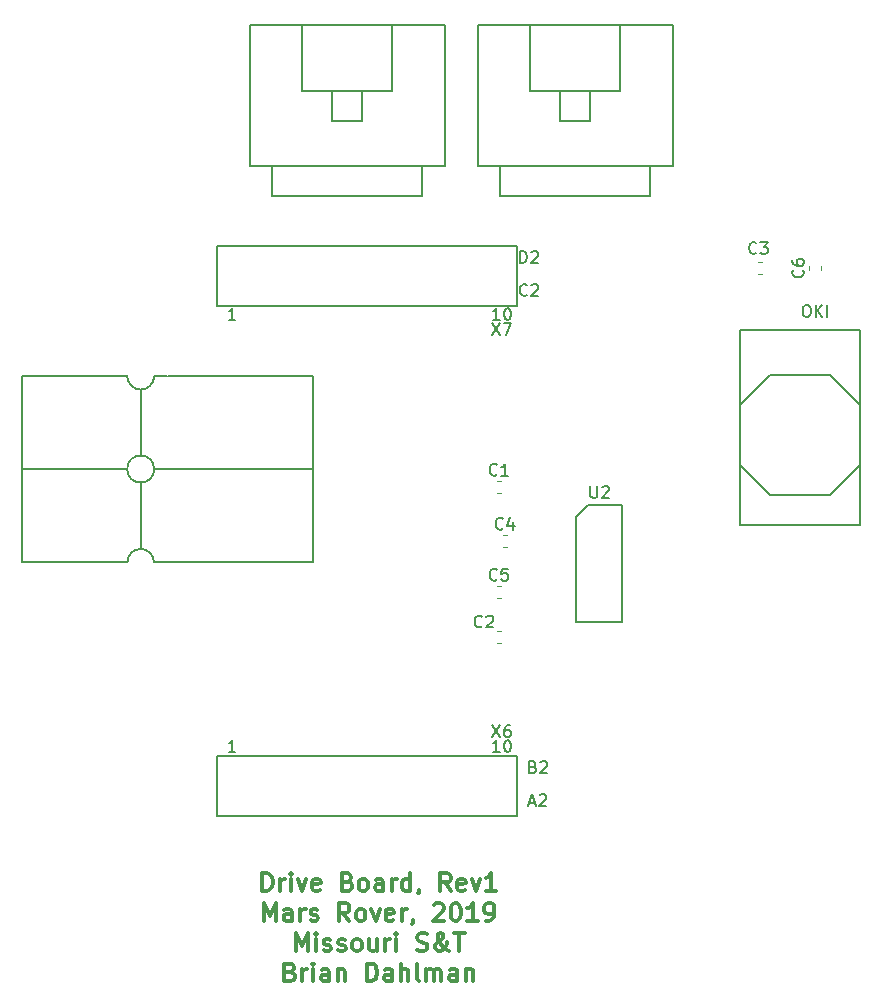
<source format=gbr>
G04 #@! TF.GenerationSoftware,KiCad,Pcbnew,(5.0.0)*
G04 #@! TF.CreationDate,2018-10-03T21:45:57-05:00*
G04 #@! TF.ProjectId,DriveBoard_Hardware,4472697665426F6172645F4861726477,rev?*
G04 #@! TF.SameCoordinates,Original*
G04 #@! TF.FileFunction,Legend,Top*
G04 #@! TF.FilePolarity,Positive*
%FSLAX46Y46*%
G04 Gerber Fmt 4.6, Leading zero omitted, Abs format (unit mm)*
G04 Created by KiCad (PCBNEW (5.0.0)) date 10/03/18 21:45:57*
%MOMM*%
%LPD*%
G01*
G04 APERTURE LIST*
%ADD10C,0.300000*%
%ADD11C,0.120000*%
%ADD12C,0.150000*%
G04 APERTURE END LIST*
D10*
X76502857Y-125631571D02*
X76502857Y-124131571D01*
X76860000Y-124131571D01*
X77074285Y-124203000D01*
X77217142Y-124345857D01*
X77288571Y-124488714D01*
X77360000Y-124774428D01*
X77360000Y-124988714D01*
X77288571Y-125274428D01*
X77217142Y-125417285D01*
X77074285Y-125560142D01*
X76860000Y-125631571D01*
X76502857Y-125631571D01*
X78002857Y-125631571D02*
X78002857Y-124631571D01*
X78002857Y-124917285D02*
X78074285Y-124774428D01*
X78145714Y-124703000D01*
X78288571Y-124631571D01*
X78431428Y-124631571D01*
X78931428Y-125631571D02*
X78931428Y-124631571D01*
X78931428Y-124131571D02*
X78860000Y-124203000D01*
X78931428Y-124274428D01*
X79002857Y-124203000D01*
X78931428Y-124131571D01*
X78931428Y-124274428D01*
X79502857Y-124631571D02*
X79860000Y-125631571D01*
X80217142Y-124631571D01*
X81360000Y-125560142D02*
X81217142Y-125631571D01*
X80931428Y-125631571D01*
X80788571Y-125560142D01*
X80717142Y-125417285D01*
X80717142Y-124845857D01*
X80788571Y-124703000D01*
X80931428Y-124631571D01*
X81217142Y-124631571D01*
X81360000Y-124703000D01*
X81431428Y-124845857D01*
X81431428Y-124988714D01*
X80717142Y-125131571D01*
X83717142Y-124845857D02*
X83931428Y-124917285D01*
X84002857Y-124988714D01*
X84074285Y-125131571D01*
X84074285Y-125345857D01*
X84002857Y-125488714D01*
X83931428Y-125560142D01*
X83788571Y-125631571D01*
X83217142Y-125631571D01*
X83217142Y-124131571D01*
X83717142Y-124131571D01*
X83860000Y-124203000D01*
X83931428Y-124274428D01*
X84002857Y-124417285D01*
X84002857Y-124560142D01*
X83931428Y-124703000D01*
X83860000Y-124774428D01*
X83717142Y-124845857D01*
X83217142Y-124845857D01*
X84931428Y-125631571D02*
X84788571Y-125560142D01*
X84717142Y-125488714D01*
X84645714Y-125345857D01*
X84645714Y-124917285D01*
X84717142Y-124774428D01*
X84788571Y-124703000D01*
X84931428Y-124631571D01*
X85145714Y-124631571D01*
X85288571Y-124703000D01*
X85360000Y-124774428D01*
X85431428Y-124917285D01*
X85431428Y-125345857D01*
X85360000Y-125488714D01*
X85288571Y-125560142D01*
X85145714Y-125631571D01*
X84931428Y-125631571D01*
X86717142Y-125631571D02*
X86717142Y-124845857D01*
X86645714Y-124703000D01*
X86502857Y-124631571D01*
X86217142Y-124631571D01*
X86074285Y-124703000D01*
X86717142Y-125560142D02*
X86574285Y-125631571D01*
X86217142Y-125631571D01*
X86074285Y-125560142D01*
X86002857Y-125417285D01*
X86002857Y-125274428D01*
X86074285Y-125131571D01*
X86217142Y-125060142D01*
X86574285Y-125060142D01*
X86717142Y-124988714D01*
X87431428Y-125631571D02*
X87431428Y-124631571D01*
X87431428Y-124917285D02*
X87502857Y-124774428D01*
X87574285Y-124703000D01*
X87717142Y-124631571D01*
X87860000Y-124631571D01*
X89002857Y-125631571D02*
X89002857Y-124131571D01*
X89002857Y-125560142D02*
X88860000Y-125631571D01*
X88574285Y-125631571D01*
X88431428Y-125560142D01*
X88360000Y-125488714D01*
X88288571Y-125345857D01*
X88288571Y-124917285D01*
X88360000Y-124774428D01*
X88431428Y-124703000D01*
X88574285Y-124631571D01*
X88860000Y-124631571D01*
X89002857Y-124703000D01*
X89788571Y-125560142D02*
X89788571Y-125631571D01*
X89717142Y-125774428D01*
X89645714Y-125845857D01*
X92431428Y-125631571D02*
X91931428Y-124917285D01*
X91574285Y-125631571D02*
X91574285Y-124131571D01*
X92145714Y-124131571D01*
X92288571Y-124203000D01*
X92360000Y-124274428D01*
X92431428Y-124417285D01*
X92431428Y-124631571D01*
X92360000Y-124774428D01*
X92288571Y-124845857D01*
X92145714Y-124917285D01*
X91574285Y-124917285D01*
X93645714Y-125560142D02*
X93502857Y-125631571D01*
X93217142Y-125631571D01*
X93074285Y-125560142D01*
X93002857Y-125417285D01*
X93002857Y-124845857D01*
X93074285Y-124703000D01*
X93217142Y-124631571D01*
X93502857Y-124631571D01*
X93645714Y-124703000D01*
X93717142Y-124845857D01*
X93717142Y-124988714D01*
X93002857Y-125131571D01*
X94217142Y-124631571D02*
X94574285Y-125631571D01*
X94931428Y-124631571D01*
X96288571Y-125631571D02*
X95431428Y-125631571D01*
X95860000Y-125631571D02*
X95860000Y-124131571D01*
X95717142Y-124345857D01*
X95574285Y-124488714D01*
X95431428Y-124560142D01*
X76645714Y-128181571D02*
X76645714Y-126681571D01*
X77145714Y-127753000D01*
X77645714Y-126681571D01*
X77645714Y-128181571D01*
X79002857Y-128181571D02*
X79002857Y-127395857D01*
X78931428Y-127253000D01*
X78788571Y-127181571D01*
X78502857Y-127181571D01*
X78360000Y-127253000D01*
X79002857Y-128110142D02*
X78860000Y-128181571D01*
X78502857Y-128181571D01*
X78360000Y-128110142D01*
X78288571Y-127967285D01*
X78288571Y-127824428D01*
X78360000Y-127681571D01*
X78502857Y-127610142D01*
X78860000Y-127610142D01*
X79002857Y-127538714D01*
X79717142Y-128181571D02*
X79717142Y-127181571D01*
X79717142Y-127467285D02*
X79788571Y-127324428D01*
X79860000Y-127253000D01*
X80002857Y-127181571D01*
X80145714Y-127181571D01*
X80574285Y-128110142D02*
X80717142Y-128181571D01*
X81002857Y-128181571D01*
X81145714Y-128110142D01*
X81217142Y-127967285D01*
X81217142Y-127895857D01*
X81145714Y-127753000D01*
X81002857Y-127681571D01*
X80788571Y-127681571D01*
X80645714Y-127610142D01*
X80574285Y-127467285D01*
X80574285Y-127395857D01*
X80645714Y-127253000D01*
X80788571Y-127181571D01*
X81002857Y-127181571D01*
X81145714Y-127253000D01*
X83860000Y-128181571D02*
X83360000Y-127467285D01*
X83002857Y-128181571D02*
X83002857Y-126681571D01*
X83574285Y-126681571D01*
X83717142Y-126753000D01*
X83788571Y-126824428D01*
X83860000Y-126967285D01*
X83860000Y-127181571D01*
X83788571Y-127324428D01*
X83717142Y-127395857D01*
X83574285Y-127467285D01*
X83002857Y-127467285D01*
X84717142Y-128181571D02*
X84574285Y-128110142D01*
X84502857Y-128038714D01*
X84431428Y-127895857D01*
X84431428Y-127467285D01*
X84502857Y-127324428D01*
X84574285Y-127253000D01*
X84717142Y-127181571D01*
X84931428Y-127181571D01*
X85074285Y-127253000D01*
X85145714Y-127324428D01*
X85217142Y-127467285D01*
X85217142Y-127895857D01*
X85145714Y-128038714D01*
X85074285Y-128110142D01*
X84931428Y-128181571D01*
X84717142Y-128181571D01*
X85717142Y-127181571D02*
X86074285Y-128181571D01*
X86431428Y-127181571D01*
X87574285Y-128110142D02*
X87431428Y-128181571D01*
X87145714Y-128181571D01*
X87002857Y-128110142D01*
X86931428Y-127967285D01*
X86931428Y-127395857D01*
X87002857Y-127253000D01*
X87145714Y-127181571D01*
X87431428Y-127181571D01*
X87574285Y-127253000D01*
X87645714Y-127395857D01*
X87645714Y-127538714D01*
X86931428Y-127681571D01*
X88288571Y-128181571D02*
X88288571Y-127181571D01*
X88288571Y-127467285D02*
X88360000Y-127324428D01*
X88431428Y-127253000D01*
X88574285Y-127181571D01*
X88717142Y-127181571D01*
X89288571Y-128110142D02*
X89288571Y-128181571D01*
X89217142Y-128324428D01*
X89145714Y-128395857D01*
X91002857Y-126824428D02*
X91074285Y-126753000D01*
X91217142Y-126681571D01*
X91574285Y-126681571D01*
X91717142Y-126753000D01*
X91788571Y-126824428D01*
X91860000Y-126967285D01*
X91860000Y-127110142D01*
X91788571Y-127324428D01*
X90931428Y-128181571D01*
X91860000Y-128181571D01*
X92788571Y-126681571D02*
X92931428Y-126681571D01*
X93074285Y-126753000D01*
X93145714Y-126824428D01*
X93217142Y-126967285D01*
X93288571Y-127253000D01*
X93288571Y-127610142D01*
X93217142Y-127895857D01*
X93145714Y-128038714D01*
X93074285Y-128110142D01*
X92931428Y-128181571D01*
X92788571Y-128181571D01*
X92645714Y-128110142D01*
X92574285Y-128038714D01*
X92502857Y-127895857D01*
X92431428Y-127610142D01*
X92431428Y-127253000D01*
X92502857Y-126967285D01*
X92574285Y-126824428D01*
X92645714Y-126753000D01*
X92788571Y-126681571D01*
X94717142Y-128181571D02*
X93860000Y-128181571D01*
X94288571Y-128181571D02*
X94288571Y-126681571D01*
X94145714Y-126895857D01*
X94002857Y-127038714D01*
X93860000Y-127110142D01*
X95431428Y-128181571D02*
X95717142Y-128181571D01*
X95860000Y-128110142D01*
X95931428Y-128038714D01*
X96074285Y-127824428D01*
X96145714Y-127538714D01*
X96145714Y-126967285D01*
X96074285Y-126824428D01*
X96002857Y-126753000D01*
X95860000Y-126681571D01*
X95574285Y-126681571D01*
X95431428Y-126753000D01*
X95360000Y-126824428D01*
X95288571Y-126967285D01*
X95288571Y-127324428D01*
X95360000Y-127467285D01*
X95431428Y-127538714D01*
X95574285Y-127610142D01*
X95860000Y-127610142D01*
X96002857Y-127538714D01*
X96074285Y-127467285D01*
X96145714Y-127324428D01*
X79324285Y-130731571D02*
X79324285Y-129231571D01*
X79824285Y-130303000D01*
X80324285Y-129231571D01*
X80324285Y-130731571D01*
X81038571Y-130731571D02*
X81038571Y-129731571D01*
X81038571Y-129231571D02*
X80967142Y-129303000D01*
X81038571Y-129374428D01*
X81110000Y-129303000D01*
X81038571Y-129231571D01*
X81038571Y-129374428D01*
X81681428Y-130660142D02*
X81824285Y-130731571D01*
X82110000Y-130731571D01*
X82252857Y-130660142D01*
X82324285Y-130517285D01*
X82324285Y-130445857D01*
X82252857Y-130303000D01*
X82110000Y-130231571D01*
X81895714Y-130231571D01*
X81752857Y-130160142D01*
X81681428Y-130017285D01*
X81681428Y-129945857D01*
X81752857Y-129803000D01*
X81895714Y-129731571D01*
X82110000Y-129731571D01*
X82252857Y-129803000D01*
X82895714Y-130660142D02*
X83038571Y-130731571D01*
X83324285Y-130731571D01*
X83467142Y-130660142D01*
X83538571Y-130517285D01*
X83538571Y-130445857D01*
X83467142Y-130303000D01*
X83324285Y-130231571D01*
X83110000Y-130231571D01*
X82967142Y-130160142D01*
X82895714Y-130017285D01*
X82895714Y-129945857D01*
X82967142Y-129803000D01*
X83110000Y-129731571D01*
X83324285Y-129731571D01*
X83467142Y-129803000D01*
X84395714Y-130731571D02*
X84252857Y-130660142D01*
X84181428Y-130588714D01*
X84110000Y-130445857D01*
X84110000Y-130017285D01*
X84181428Y-129874428D01*
X84252857Y-129803000D01*
X84395714Y-129731571D01*
X84610000Y-129731571D01*
X84752857Y-129803000D01*
X84824285Y-129874428D01*
X84895714Y-130017285D01*
X84895714Y-130445857D01*
X84824285Y-130588714D01*
X84752857Y-130660142D01*
X84610000Y-130731571D01*
X84395714Y-130731571D01*
X86181428Y-129731571D02*
X86181428Y-130731571D01*
X85538571Y-129731571D02*
X85538571Y-130517285D01*
X85610000Y-130660142D01*
X85752857Y-130731571D01*
X85967142Y-130731571D01*
X86110000Y-130660142D01*
X86181428Y-130588714D01*
X86895714Y-130731571D02*
X86895714Y-129731571D01*
X86895714Y-130017285D02*
X86967142Y-129874428D01*
X87038571Y-129803000D01*
X87181428Y-129731571D01*
X87324285Y-129731571D01*
X87824285Y-130731571D02*
X87824285Y-129731571D01*
X87824285Y-129231571D02*
X87752857Y-129303000D01*
X87824285Y-129374428D01*
X87895714Y-129303000D01*
X87824285Y-129231571D01*
X87824285Y-129374428D01*
X89610000Y-130660142D02*
X89824285Y-130731571D01*
X90181428Y-130731571D01*
X90324285Y-130660142D01*
X90395714Y-130588714D01*
X90467142Y-130445857D01*
X90467142Y-130303000D01*
X90395714Y-130160142D01*
X90324285Y-130088714D01*
X90181428Y-130017285D01*
X89895714Y-129945857D01*
X89752857Y-129874428D01*
X89681428Y-129803000D01*
X89610000Y-129660142D01*
X89610000Y-129517285D01*
X89681428Y-129374428D01*
X89752857Y-129303000D01*
X89895714Y-129231571D01*
X90252857Y-129231571D01*
X90467142Y-129303000D01*
X92324285Y-130731571D02*
X92252857Y-130731571D01*
X92110000Y-130660142D01*
X91895714Y-130445857D01*
X91538571Y-130017285D01*
X91395714Y-129803000D01*
X91324285Y-129588714D01*
X91324285Y-129445857D01*
X91395714Y-129303000D01*
X91538571Y-129231571D01*
X91610000Y-129231571D01*
X91752857Y-129303000D01*
X91824285Y-129445857D01*
X91824285Y-129517285D01*
X91752857Y-129660142D01*
X91681428Y-129731571D01*
X91252857Y-130017285D01*
X91181428Y-130088714D01*
X91110000Y-130231571D01*
X91110000Y-130445857D01*
X91181428Y-130588714D01*
X91252857Y-130660142D01*
X91395714Y-130731571D01*
X91610000Y-130731571D01*
X91752857Y-130660142D01*
X91824285Y-130588714D01*
X92038571Y-130303000D01*
X92110000Y-130088714D01*
X92110000Y-129945857D01*
X92752857Y-129231571D02*
X93610000Y-129231571D01*
X93181428Y-130731571D02*
X93181428Y-129231571D01*
X78859999Y-132495857D02*
X79074285Y-132567285D01*
X79145714Y-132638714D01*
X79217142Y-132781571D01*
X79217142Y-132995857D01*
X79145714Y-133138714D01*
X79074285Y-133210142D01*
X78931428Y-133281571D01*
X78359999Y-133281571D01*
X78359999Y-131781571D01*
X78859999Y-131781571D01*
X79002857Y-131853000D01*
X79074285Y-131924428D01*
X79145714Y-132067285D01*
X79145714Y-132210142D01*
X79074285Y-132353000D01*
X79002857Y-132424428D01*
X78859999Y-132495857D01*
X78359999Y-132495857D01*
X79859999Y-133281571D02*
X79859999Y-132281571D01*
X79859999Y-132567285D02*
X79931428Y-132424428D01*
X80002857Y-132353000D01*
X80145714Y-132281571D01*
X80288571Y-132281571D01*
X80788571Y-133281571D02*
X80788571Y-132281571D01*
X80788571Y-131781571D02*
X80717142Y-131853000D01*
X80788571Y-131924428D01*
X80859999Y-131853000D01*
X80788571Y-131781571D01*
X80788571Y-131924428D01*
X82145714Y-133281571D02*
X82145714Y-132495857D01*
X82074285Y-132353000D01*
X81931428Y-132281571D01*
X81645714Y-132281571D01*
X81502857Y-132353000D01*
X82145714Y-133210142D02*
X82002857Y-133281571D01*
X81645714Y-133281571D01*
X81502857Y-133210142D01*
X81431428Y-133067285D01*
X81431428Y-132924428D01*
X81502857Y-132781571D01*
X81645714Y-132710142D01*
X82002857Y-132710142D01*
X82145714Y-132638714D01*
X82859999Y-132281571D02*
X82859999Y-133281571D01*
X82859999Y-132424428D02*
X82931428Y-132353000D01*
X83074285Y-132281571D01*
X83288571Y-132281571D01*
X83431428Y-132353000D01*
X83502857Y-132495857D01*
X83502857Y-133281571D01*
X85359999Y-133281571D02*
X85359999Y-131781571D01*
X85717142Y-131781571D01*
X85931428Y-131853000D01*
X86074285Y-131995857D01*
X86145714Y-132138714D01*
X86217142Y-132424428D01*
X86217142Y-132638714D01*
X86145714Y-132924428D01*
X86074285Y-133067285D01*
X85931428Y-133210142D01*
X85717142Y-133281571D01*
X85359999Y-133281571D01*
X87502857Y-133281571D02*
X87502857Y-132495857D01*
X87431428Y-132353000D01*
X87288571Y-132281571D01*
X87002857Y-132281571D01*
X86859999Y-132353000D01*
X87502857Y-133210142D02*
X87359999Y-133281571D01*
X87002857Y-133281571D01*
X86859999Y-133210142D01*
X86788571Y-133067285D01*
X86788571Y-132924428D01*
X86859999Y-132781571D01*
X87002857Y-132710142D01*
X87359999Y-132710142D01*
X87502857Y-132638714D01*
X88217142Y-133281571D02*
X88217142Y-131781571D01*
X88859999Y-133281571D02*
X88859999Y-132495857D01*
X88788571Y-132353000D01*
X88645714Y-132281571D01*
X88431428Y-132281571D01*
X88288571Y-132353000D01*
X88217142Y-132424428D01*
X89788571Y-133281571D02*
X89645714Y-133210142D01*
X89574285Y-133067285D01*
X89574285Y-131781571D01*
X90359999Y-133281571D02*
X90359999Y-132281571D01*
X90359999Y-132424428D02*
X90431428Y-132353000D01*
X90574285Y-132281571D01*
X90788571Y-132281571D01*
X90931428Y-132353000D01*
X91002857Y-132495857D01*
X91002857Y-133281571D01*
X91002857Y-132495857D02*
X91074285Y-132353000D01*
X91217142Y-132281571D01*
X91431428Y-132281571D01*
X91574285Y-132353000D01*
X91645714Y-132495857D01*
X91645714Y-133281571D01*
X93002857Y-133281571D02*
X93002857Y-132495857D01*
X92931428Y-132353000D01*
X92788571Y-132281571D01*
X92502857Y-132281571D01*
X92359999Y-132353000D01*
X93002857Y-133210142D02*
X92859999Y-133281571D01*
X92502857Y-133281571D01*
X92359999Y-133210142D01*
X92288571Y-133067285D01*
X92288571Y-132924428D01*
X92359999Y-132781571D01*
X92502857Y-132710142D01*
X92859999Y-132710142D01*
X93002857Y-132638714D01*
X93717142Y-132281571D02*
X93717142Y-133281571D01*
X93717142Y-132424428D02*
X93788571Y-132353000D01*
X93931428Y-132281571D01*
X94145714Y-132281571D01*
X94288571Y-132353000D01*
X94359999Y-132495857D01*
X94359999Y-133281571D01*
D11*
G04 #@! TO.C,C1*
X96348733Y-90930000D02*
X96691267Y-90930000D01*
X96348733Y-91950000D02*
X96691267Y-91950000D01*
G04 #@! TO.C,C2*
X96348733Y-104650000D02*
X96691267Y-104650000D01*
X96348733Y-103630000D02*
X96691267Y-103630000D01*
G04 #@! TO.C,C3*
X118446733Y-72388000D02*
X118789267Y-72388000D01*
X118446733Y-73408000D02*
X118789267Y-73408000D01*
G04 #@! TO.C,C4*
X96856733Y-95502000D02*
X97199267Y-95502000D01*
X96856733Y-96522000D02*
X97199267Y-96522000D01*
G04 #@! TO.C,C5*
X96348733Y-100840000D02*
X96691267Y-100840000D01*
X96348733Y-99820000D02*
X96691267Y-99820000D01*
G04 #@! TO.C,C6*
X123827000Y-73069267D02*
X123827000Y-72726733D01*
X122807000Y-73069267D02*
X122807000Y-72726733D01*
D12*
G04 #@! TO.C,Conn1*
X67310000Y-97790000D02*
G75*
G03X66192400Y-96672400I-1117600J0D01*
G01*
X66192400Y-96672400D02*
G75*
G03X65074800Y-97790000I0J-1117600D01*
G01*
X56134000Y-82042000D02*
X56134000Y-97790000D01*
X80772000Y-82042000D02*
X80772000Y-97790000D01*
X65049400Y-82042000D02*
X63830200Y-82042000D01*
X66192400Y-83185000D02*
G75*
G03X67335400Y-82042000I0J1143000D01*
G01*
X65049400Y-82042000D02*
G75*
G03X66192400Y-83185000I1143000J0D01*
G01*
X68503800Y-97790000D02*
X67310000Y-97790000D01*
X66192400Y-95478600D02*
X66192400Y-96647000D01*
X63881000Y-97790000D02*
X65049400Y-97790000D01*
X68453000Y-82042000D02*
X67360800Y-82042000D01*
X66192400Y-83185000D02*
X66192400Y-84353400D01*
X66192400Y-92202000D02*
X66192400Y-91059000D01*
X56159400Y-89890600D02*
X65049400Y-89890600D01*
X66192400Y-87630000D02*
X66192400Y-88773000D01*
X68478400Y-89916000D02*
X67335400Y-89916000D01*
X66192400Y-92202000D02*
X66192400Y-95504000D01*
X68478400Y-89916000D02*
X80772000Y-89916000D01*
X66192400Y-87630000D02*
X66192400Y-84353400D01*
X67335400Y-89916000D02*
G75*
G03X67335400Y-89916000I-1143000J0D01*
G01*
X68478400Y-97790000D02*
X80772000Y-97790000D01*
X63906400Y-97790000D02*
X56159400Y-97790000D01*
X56159400Y-82042000D02*
X63906400Y-82042000D01*
X68478400Y-82042000D02*
X80772000Y-82042000D01*
G04 #@! TO.C,Conn2*
X79883000Y-52324000D02*
X79883000Y-52832000D01*
X87503000Y-52832000D02*
X87503000Y-52324000D01*
X75438000Y-52324000D02*
X91948000Y-52324000D01*
X75438000Y-64262000D02*
X75438000Y-52324000D01*
X91948000Y-64262000D02*
X91948000Y-52324000D01*
X90043000Y-64262000D02*
X91948000Y-64262000D01*
X77343000Y-64262000D02*
X75438000Y-64262000D01*
X79883000Y-56642000D02*
X79883000Y-57912000D01*
X79883000Y-57912000D02*
X87503000Y-57912000D01*
X87503000Y-57912000D02*
X87503000Y-56642000D01*
X87503000Y-56642000D02*
X87503000Y-52832000D01*
X79883000Y-56642000D02*
X79883000Y-52832000D01*
X82423000Y-57912000D02*
X82423000Y-60452000D01*
X82423000Y-60452000D02*
X84963000Y-60452000D01*
X84963000Y-60452000D02*
X84963000Y-57912000D01*
X77343000Y-64262000D02*
X90043000Y-64262000D01*
X90043000Y-64262000D02*
X90043000Y-66802000D01*
X90043000Y-66802000D02*
X77343000Y-66802000D01*
X77343000Y-66802000D02*
X77343000Y-64262000D01*
G04 #@! TO.C,Conn3*
X96647000Y-66802000D02*
X96647000Y-64262000D01*
X109347000Y-66802000D02*
X96647000Y-66802000D01*
X109347000Y-64262000D02*
X109347000Y-66802000D01*
X96647000Y-64262000D02*
X109347000Y-64262000D01*
X104267000Y-60452000D02*
X104267000Y-57912000D01*
X101727000Y-60452000D02*
X104267000Y-60452000D01*
X101727000Y-57912000D02*
X101727000Y-60452000D01*
X99187000Y-56642000D02*
X99187000Y-52832000D01*
X106807000Y-56642000D02*
X106807000Y-52832000D01*
X106807000Y-57912000D02*
X106807000Y-56642000D01*
X99187000Y-57912000D02*
X106807000Y-57912000D01*
X99187000Y-56642000D02*
X99187000Y-57912000D01*
X96647000Y-64262000D02*
X94742000Y-64262000D01*
X109347000Y-64262000D02*
X111252000Y-64262000D01*
X111252000Y-64262000D02*
X111252000Y-52324000D01*
X94742000Y-64262000D02*
X94742000Y-52324000D01*
X94742000Y-52324000D02*
X111252000Y-52324000D01*
X106807000Y-52832000D02*
X106807000Y-52324000D01*
X99187000Y-52324000D02*
X99187000Y-52832000D01*
G04 #@! TO.C,U1*
X98044000Y-114173000D02*
X72644000Y-114173000D01*
X72644000Y-76073000D02*
X98044000Y-76073000D01*
X98044000Y-119253000D02*
X98044000Y-114173000D01*
X72644000Y-114173000D02*
X72644000Y-119253000D01*
X72644000Y-119253000D02*
X98044000Y-119253000D01*
X98044000Y-76073000D02*
X98044000Y-70993000D01*
X98044000Y-70993000D02*
X72644000Y-70993000D01*
X72644000Y-70993000D02*
X72644000Y-76073000D01*
G04 #@! TO.C,U2*
X104079000Y-92967000D02*
X106979000Y-92967000D01*
X106979000Y-92967000D02*
X106979000Y-102867000D01*
X106979000Y-102867000D02*
X103079000Y-102867000D01*
X103079000Y-102867000D02*
X103079000Y-93967000D01*
X103079000Y-93967000D02*
X104079000Y-92967000D01*
G04 #@! TO.C,U3*
X124587000Y-81915000D02*
X127127000Y-84455000D01*
X127127000Y-84455000D02*
X127127000Y-89535000D01*
X127127000Y-89535000D02*
X124587000Y-92075000D01*
X124587000Y-92075000D02*
X119507000Y-92075000D01*
X119507000Y-92075000D02*
X116967000Y-89535000D01*
X116967000Y-89535000D02*
X116967000Y-84455000D01*
X116967000Y-84455000D02*
X119507000Y-81915000D01*
X119507000Y-81915000D02*
X124587000Y-81915000D01*
X116967000Y-94615000D02*
X127127000Y-94615000D01*
X116967000Y-78105000D02*
X127127000Y-78105000D01*
X127127000Y-78105000D02*
X127127000Y-94615000D01*
X116967000Y-94615000D02*
X116967000Y-78105000D01*
G04 #@! TO.C,C1*
X96353333Y-90367142D02*
X96305714Y-90414761D01*
X96162857Y-90462380D01*
X96067619Y-90462380D01*
X95924761Y-90414761D01*
X95829523Y-90319523D01*
X95781904Y-90224285D01*
X95734285Y-90033809D01*
X95734285Y-89890952D01*
X95781904Y-89700476D01*
X95829523Y-89605238D01*
X95924761Y-89510000D01*
X96067619Y-89462380D01*
X96162857Y-89462380D01*
X96305714Y-89510000D01*
X96353333Y-89557619D01*
X97305714Y-90462380D02*
X96734285Y-90462380D01*
X97020000Y-90462380D02*
X97020000Y-89462380D01*
X96924761Y-89605238D01*
X96829523Y-89700476D01*
X96734285Y-89748095D01*
G04 #@! TO.C,C2*
X95083333Y-103227142D02*
X95035714Y-103274761D01*
X94892857Y-103322380D01*
X94797619Y-103322380D01*
X94654761Y-103274761D01*
X94559523Y-103179523D01*
X94511904Y-103084285D01*
X94464285Y-102893809D01*
X94464285Y-102750952D01*
X94511904Y-102560476D01*
X94559523Y-102465238D01*
X94654761Y-102370000D01*
X94797619Y-102322380D01*
X94892857Y-102322380D01*
X95035714Y-102370000D01*
X95083333Y-102417619D01*
X95464285Y-102417619D02*
X95511904Y-102370000D01*
X95607142Y-102322380D01*
X95845238Y-102322380D01*
X95940476Y-102370000D01*
X95988095Y-102417619D01*
X96035714Y-102512857D01*
X96035714Y-102608095D01*
X95988095Y-102750952D01*
X95416666Y-103322380D01*
X96035714Y-103322380D01*
G04 #@! TO.C,C3*
X118324333Y-71604142D02*
X118276714Y-71651761D01*
X118133857Y-71699380D01*
X118038619Y-71699380D01*
X117895761Y-71651761D01*
X117800523Y-71556523D01*
X117752904Y-71461285D01*
X117705285Y-71270809D01*
X117705285Y-71127952D01*
X117752904Y-70937476D01*
X117800523Y-70842238D01*
X117895761Y-70747000D01*
X118038619Y-70699380D01*
X118133857Y-70699380D01*
X118276714Y-70747000D01*
X118324333Y-70794619D01*
X118657666Y-70699380D02*
X119276714Y-70699380D01*
X118943380Y-71080333D01*
X119086238Y-71080333D01*
X119181476Y-71127952D01*
X119229095Y-71175571D01*
X119276714Y-71270809D01*
X119276714Y-71508904D01*
X119229095Y-71604142D01*
X119181476Y-71651761D01*
X119086238Y-71699380D01*
X118800523Y-71699380D01*
X118705285Y-71651761D01*
X118657666Y-71604142D01*
G04 #@! TO.C,C4*
X96861333Y-94939142D02*
X96813714Y-94986761D01*
X96670857Y-95034380D01*
X96575619Y-95034380D01*
X96432761Y-94986761D01*
X96337523Y-94891523D01*
X96289904Y-94796285D01*
X96242285Y-94605809D01*
X96242285Y-94462952D01*
X96289904Y-94272476D01*
X96337523Y-94177238D01*
X96432761Y-94082000D01*
X96575619Y-94034380D01*
X96670857Y-94034380D01*
X96813714Y-94082000D01*
X96861333Y-94129619D01*
X97718476Y-94367714D02*
X97718476Y-95034380D01*
X97480380Y-93986761D02*
X97242285Y-94701047D01*
X97861333Y-94701047D01*
G04 #@! TO.C,C5*
X96353333Y-99257142D02*
X96305714Y-99304761D01*
X96162857Y-99352380D01*
X96067619Y-99352380D01*
X95924761Y-99304761D01*
X95829523Y-99209523D01*
X95781904Y-99114285D01*
X95734285Y-98923809D01*
X95734285Y-98780952D01*
X95781904Y-98590476D01*
X95829523Y-98495238D01*
X95924761Y-98400000D01*
X96067619Y-98352380D01*
X96162857Y-98352380D01*
X96305714Y-98400000D01*
X96353333Y-98447619D01*
X97258095Y-98352380D02*
X96781904Y-98352380D01*
X96734285Y-98828571D01*
X96781904Y-98780952D01*
X96877142Y-98733333D01*
X97115238Y-98733333D01*
X97210476Y-98780952D01*
X97258095Y-98828571D01*
X97305714Y-98923809D01*
X97305714Y-99161904D01*
X97258095Y-99257142D01*
X97210476Y-99304761D01*
X97115238Y-99352380D01*
X96877142Y-99352380D01*
X96781904Y-99304761D01*
X96734285Y-99257142D01*
G04 #@! TO.C,C6*
X122244142Y-73064666D02*
X122291761Y-73112285D01*
X122339380Y-73255142D01*
X122339380Y-73350380D01*
X122291761Y-73493238D01*
X122196523Y-73588476D01*
X122101285Y-73636095D01*
X121910809Y-73683714D01*
X121767952Y-73683714D01*
X121577476Y-73636095D01*
X121482238Y-73588476D01*
X121387000Y-73493238D01*
X121339380Y-73350380D01*
X121339380Y-73255142D01*
X121387000Y-73112285D01*
X121434619Y-73064666D01*
X121339380Y-72207523D02*
X121339380Y-72398000D01*
X121387000Y-72493238D01*
X121434619Y-72540857D01*
X121577476Y-72636095D01*
X121767952Y-72683714D01*
X122148904Y-72683714D01*
X122244142Y-72636095D01*
X122291761Y-72588476D01*
X122339380Y-72493238D01*
X122339380Y-72302761D01*
X122291761Y-72207523D01*
X122244142Y-72159904D01*
X122148904Y-72112285D01*
X121910809Y-72112285D01*
X121815571Y-72159904D01*
X121767952Y-72207523D01*
X121720333Y-72302761D01*
X121720333Y-72493238D01*
X121767952Y-72588476D01*
X121815571Y-72636095D01*
X121910809Y-72683714D01*
G04 #@! TO.C,U1*
X74199714Y-77287380D02*
X73628285Y-77287380D01*
X73914000Y-77287380D02*
X73914000Y-76287380D01*
X73818761Y-76430238D01*
X73723523Y-76525476D01*
X73628285Y-76573095D01*
X96583523Y-77287380D02*
X96012095Y-77287380D01*
X96297809Y-77287380D02*
X96297809Y-76287380D01*
X96202571Y-76430238D01*
X96107333Y-76525476D01*
X96012095Y-76573095D01*
X97202571Y-76287380D02*
X97297809Y-76287380D01*
X97393047Y-76335000D01*
X97440666Y-76382619D01*
X97488285Y-76477857D01*
X97535904Y-76668333D01*
X97535904Y-76906428D01*
X97488285Y-77096904D01*
X97440666Y-77192142D01*
X97393047Y-77239761D01*
X97297809Y-77287380D01*
X97202571Y-77287380D01*
X97107333Y-77239761D01*
X97059714Y-77192142D01*
X97012095Y-77096904D01*
X96964476Y-76906428D01*
X96964476Y-76668333D01*
X97012095Y-76477857D01*
X97059714Y-76382619D01*
X97107333Y-76335000D01*
X97202571Y-76287380D01*
X96583523Y-113863380D02*
X96012095Y-113863380D01*
X96297809Y-113863380D02*
X96297809Y-112863380D01*
X96202571Y-113006238D01*
X96107333Y-113101476D01*
X96012095Y-113149095D01*
X97202571Y-112863380D02*
X97297809Y-112863380D01*
X97393047Y-112911000D01*
X97440666Y-112958619D01*
X97488285Y-113053857D01*
X97535904Y-113244333D01*
X97535904Y-113482428D01*
X97488285Y-113672904D01*
X97440666Y-113768142D01*
X97393047Y-113815761D01*
X97297809Y-113863380D01*
X97202571Y-113863380D01*
X97107333Y-113815761D01*
X97059714Y-113768142D01*
X97012095Y-113672904D01*
X96964476Y-113482428D01*
X96964476Y-113244333D01*
X97012095Y-113053857D01*
X97059714Y-112958619D01*
X97107333Y-112911000D01*
X97202571Y-112863380D01*
X74199714Y-113863380D02*
X73628285Y-113863380D01*
X73914000Y-113863380D02*
X73914000Y-112863380D01*
X73818761Y-113006238D01*
X73723523Y-113101476D01*
X73628285Y-113149095D01*
X95964476Y-77557380D02*
X96631142Y-78557380D01*
X96631142Y-77557380D02*
X95964476Y-78557380D01*
X96916857Y-77557380D02*
X97583523Y-77557380D01*
X97154952Y-78557380D01*
X95964476Y-111593380D02*
X96631142Y-112593380D01*
X96631142Y-111593380D02*
X95964476Y-112593380D01*
X97440666Y-111593380D02*
X97250190Y-111593380D01*
X97154952Y-111641000D01*
X97107333Y-111688619D01*
X97012095Y-111831476D01*
X96964476Y-112021952D01*
X96964476Y-112402904D01*
X97012095Y-112498142D01*
X97059714Y-112545761D01*
X97154952Y-112593380D01*
X97345428Y-112593380D01*
X97440666Y-112545761D01*
X97488285Y-112498142D01*
X97535904Y-112402904D01*
X97535904Y-112164809D01*
X97488285Y-112069571D01*
X97440666Y-112021952D01*
X97345428Y-111974333D01*
X97154952Y-111974333D01*
X97059714Y-112021952D01*
X97012095Y-112069571D01*
X96964476Y-112164809D01*
X98893333Y-75160142D02*
X98845714Y-75207761D01*
X98702857Y-75255380D01*
X98607619Y-75255380D01*
X98464761Y-75207761D01*
X98369523Y-75112523D01*
X98321904Y-75017285D01*
X98274285Y-74826809D01*
X98274285Y-74683952D01*
X98321904Y-74493476D01*
X98369523Y-74398238D01*
X98464761Y-74303000D01*
X98607619Y-74255380D01*
X98702857Y-74255380D01*
X98845714Y-74303000D01*
X98893333Y-74350619D01*
X99274285Y-74350619D02*
X99321904Y-74303000D01*
X99417142Y-74255380D01*
X99655238Y-74255380D01*
X99750476Y-74303000D01*
X99798095Y-74350619D01*
X99845714Y-74445857D01*
X99845714Y-74541095D01*
X99798095Y-74683952D01*
X99226666Y-75255380D01*
X99845714Y-75255380D01*
X98321904Y-72461380D02*
X98321904Y-71461380D01*
X98560000Y-71461380D01*
X98702857Y-71509000D01*
X98798095Y-71604238D01*
X98845714Y-71699476D01*
X98893333Y-71889952D01*
X98893333Y-72032809D01*
X98845714Y-72223285D01*
X98798095Y-72318523D01*
X98702857Y-72413761D01*
X98560000Y-72461380D01*
X98321904Y-72461380D01*
X99274285Y-71556619D02*
X99321904Y-71509000D01*
X99417142Y-71461380D01*
X99655238Y-71461380D01*
X99750476Y-71509000D01*
X99798095Y-71556619D01*
X99845714Y-71651857D01*
X99845714Y-71747095D01*
X99798095Y-71889952D01*
X99226666Y-72461380D01*
X99845714Y-72461380D01*
X99417238Y-115117571D02*
X99560095Y-115165190D01*
X99607714Y-115212809D01*
X99655333Y-115308047D01*
X99655333Y-115450904D01*
X99607714Y-115546142D01*
X99560095Y-115593761D01*
X99464857Y-115641380D01*
X99083904Y-115641380D01*
X99083904Y-114641380D01*
X99417238Y-114641380D01*
X99512476Y-114689000D01*
X99560095Y-114736619D01*
X99607714Y-114831857D01*
X99607714Y-114927095D01*
X99560095Y-115022333D01*
X99512476Y-115069952D01*
X99417238Y-115117571D01*
X99083904Y-115117571D01*
X100036285Y-114736619D02*
X100083904Y-114689000D01*
X100179142Y-114641380D01*
X100417238Y-114641380D01*
X100512476Y-114689000D01*
X100560095Y-114736619D01*
X100607714Y-114831857D01*
X100607714Y-114927095D01*
X100560095Y-115069952D01*
X99988666Y-115641380D01*
X100607714Y-115641380D01*
X99107714Y-118149666D02*
X99583904Y-118149666D01*
X99012476Y-118435380D02*
X99345809Y-117435380D01*
X99679142Y-118435380D01*
X99964857Y-117530619D02*
X100012476Y-117483000D01*
X100107714Y-117435380D01*
X100345809Y-117435380D01*
X100441047Y-117483000D01*
X100488666Y-117530619D01*
X100536285Y-117625857D01*
X100536285Y-117721095D01*
X100488666Y-117863952D01*
X99917238Y-118435380D01*
X100536285Y-118435380D01*
G04 #@! TO.C,U2*
X104267095Y-91369380D02*
X104267095Y-92178904D01*
X104314714Y-92274142D01*
X104362333Y-92321761D01*
X104457571Y-92369380D01*
X104648047Y-92369380D01*
X104743285Y-92321761D01*
X104790904Y-92274142D01*
X104838523Y-92178904D01*
X104838523Y-91369380D01*
X105267095Y-91464619D02*
X105314714Y-91417000D01*
X105409952Y-91369380D01*
X105648047Y-91369380D01*
X105743285Y-91417000D01*
X105790904Y-91464619D01*
X105838523Y-91559857D01*
X105838523Y-91655095D01*
X105790904Y-91797952D01*
X105219476Y-92369380D01*
X105838523Y-92369380D01*
G04 #@! TO.C,U3*
X122483666Y-76037380D02*
X122674142Y-76037380D01*
X122769380Y-76085000D01*
X122864619Y-76180238D01*
X122912238Y-76370714D01*
X122912238Y-76704047D01*
X122864619Y-76894523D01*
X122769380Y-76989761D01*
X122674142Y-77037380D01*
X122483666Y-77037380D01*
X122388428Y-76989761D01*
X122293190Y-76894523D01*
X122245571Y-76704047D01*
X122245571Y-76370714D01*
X122293190Y-76180238D01*
X122388428Y-76085000D01*
X122483666Y-76037380D01*
X123340809Y-77037380D02*
X123340809Y-76037380D01*
X123912238Y-77037380D02*
X123483666Y-76465952D01*
X123912238Y-76037380D02*
X123340809Y-76608809D01*
X124340809Y-77037380D02*
X124340809Y-76037380D01*
G04 #@! TD*
M02*

</source>
